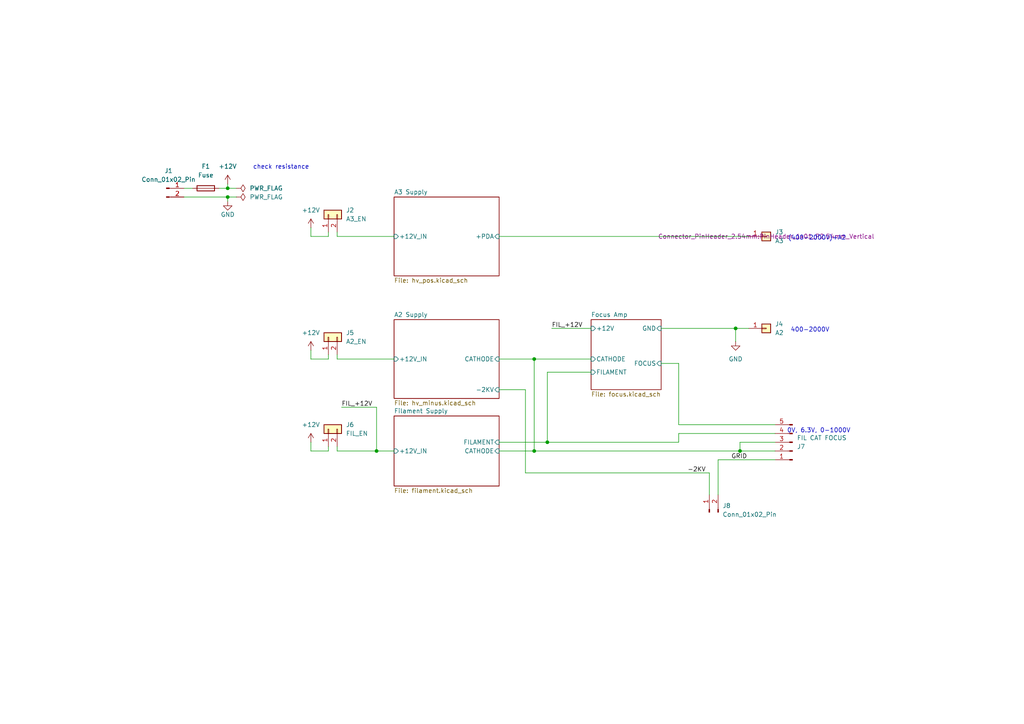
<source format=kicad_sch>
(kicad_sch (version 20250114) (generator "eeschema") (generator_version "9.0")
  (paper "A4")
  (lib_symbols
    (symbol "Connector:Conn_01x02_Pin" (pin_names (offset 1.016) (hide yes))
      (property "Reference" "J" (at 0 2.54 0))
      (property "Value" "Conn_01x02_Pin" (at 0 -5.08 0))
      (symbol "Conn_01x02_Pin_1_1"
        (rectangle (start 0.8636 0.127) (end 0 -0.127) (stroke (width 0.1524)) (fill (type outline)))
        (rectangle (start 0.8636 -2.413) (end 0 -2.667) (stroke (width 0.1524)) (fill (type outline)))
        (polyline (pts (xy 1.27 0) (xy 0.8636 0)) (stroke (width 0.1524)))
        (polyline (pts (xy 1.27 -2.54) (xy 0.8636 -2.54)) (stroke (width 0.1524)))
        (pin passive line (at 5.08 0 180) (length 3.81) (name "Pin_1") (number "1"))
        (pin passive line (at 5.08 -2.54 180) (length 3.81) (name "Pin_2") (number "2"))
      )
    )
    (symbol "Connector:Conn_01x05_Pin" (pin_names (offset 1.016) (hide yes))
      (property "Reference" "J" (at 0 7.62 0))
      (property "Value" "Conn_01x05_Pin" (at 0 -7.62 0))
      (symbol "Conn_01x05_Pin_1_1"
        (rectangle (start 0.8636 5.207) (end 0 4.953) (stroke (width 0.1524)) (fill (type outline)))
        (rectangle (start 0.8636 2.667) (end 0 2.413) (stroke (width 0.1524)) (fill (type outline)))
        (rectangle (start 0.8636 0.127) (end 0 -0.127) (stroke (width 0.1524)) (fill (type outline)))
        (rectangle (start 0.8636 -2.413) (end 0 -2.667) (stroke (width 0.1524)) (fill (type outline)))
        (rectangle (start 0.8636 -4.953) (end 0 -5.207) (stroke (width 0.1524)) (fill (type outline)))
        (polyline (pts (xy 1.27 5.08) (xy 0.8636 5.08)) (stroke (width 0.1524)))
        (polyline (pts (xy 1.27 2.54) (xy 0.8636 2.54)) (stroke (width 0.1524)))
        (polyline (pts (xy 1.27 0) (xy 0.8636 0)) (stroke (width 0.1524)))
        (polyline (pts (xy 1.27 -2.54) (xy 0.8636 -2.54)) (stroke (width 0.1524)))
        (polyline (pts (xy 1.27 -5.08) (xy 0.8636 -5.08)) (stroke (width 0.1524)))
        (pin passive line (at 5.08 5.08 180) (length 3.81) (name "Pin_1") (number "1"))
        (pin passive line (at 5.08 2.54 180) (length 3.81) (name "Pin_2") (number "2"))
        (pin passive line (at 5.08 0 180) (length 3.81) (name "Pin_3") (number "3"))
        (pin passive line (at 5.08 -2.54 180) (length 3.81) (name "Pin_4") (number "4"))
        (pin passive line (at 5.08 -5.08 180) (length 3.81) (name "Pin_5") (number "5"))
      )
    )
    (symbol "Connector_Generic:Conn_01x01" (pin_names (offset 1.016) (hide yes))
      (property "Reference" "J" (at 0 2.54 0))
      (property "Value" "Conn_01x01" (at 0 -2.54 0))
      (symbol "Conn_01x01_1_1"
        (rectangle (start -1.27 1.27) (end 1.27 -1.27) (stroke (width 0.254)) (fill (type background)))
        (rectangle (start -1.27 0.127) (end 0 -0.127) (stroke (width 0.1524)))
        (pin passive line (at -5.08 0 0) (length 3.81) (name "Pin_1") (number "1"))
      )
    )
    (symbol "Connector_Generic:Conn_01x02" (pin_names (offset 1.016) (hide yes))
      (property "Reference" "J" (at 0 2.54 0))
      (property "Value" "Conn_01x02" (at 0 -5.08 0))
      (symbol "Conn_01x02_1_1"
        (rectangle (start -1.27 1.27) (end 1.27 -3.81) (stroke (width 0.254)) (fill (type background)))
        (rectangle (start -1.27 0.127) (end 0 -0.127) (stroke (width 0.1524)))
        (rectangle (start -1.27 -2.413) (end 0 -2.667) (stroke (width 0.1524)))
        (pin passive line (at -5.08 0 0) (length 3.81) (name "Pin_1") (number "1"))
        (pin passive line (at -5.08 -2.54 0) (length 3.81) (name "Pin_2") (number "2"))
      )
    )
    (symbol "Device:Fuse" (pin_numbers (hide yes)) (pin_names (offset 0))
      (property "Reference" "F" (at 2.032 0 90))
      (property "Value" "Fuse" (at -1.905 0 90))
      (symbol "Fuse_0_1"
        (rectangle (start -0.762 -2.54) (end 0.762 2.54) (stroke (width 0.254)))
        (polyline (pts (xy 0 2.54) (xy 0 -2.54)))
      )
      (symbol "Fuse_1_1"
        (pin passive line (at 0 3.81 270) (length 1.27) (name "~") (number "1"))
        (pin passive line (at 0 -3.81 90) (length 1.27) (name "~") (number "2"))
      )
    )
    (symbol "power:+12V" (power) (pin_numbers (hide yes)) (pin_names (offset 0) (hide yes))
      (property "Value" "+12V" (at 0 3.556 0))
      (symbol "+12V_0_1"
        (polyline (pts (xy -0.762 1.27) (xy 0 2.54)))
        (polyline (pts (xy 0 2.54) (xy 0.762 1.27)))
        (polyline (pts (xy 0 0) (xy 0 2.54)))
      )
      (symbol "+12V_1_1"
        (pin power_in line (at 0 0 90) (length 0) (name "~") (number "1"))
      )
    )
    (symbol "power:GND" (power) (pin_numbers (hide yes)) (pin_names (offset 0) (hide yes))
      (property "Value" "GND" (at 0 -3.81 0))
      (symbol "GND_0_1"
        (polyline (pts (xy 0 0) (xy 0 -1.27) (xy 1.27 -1.27) (xy 0 -2.54) (xy -1.27 -1.27) (xy 0 -1.27)))
      )
      (symbol "GND_1_1"
        (pin power_in line (at 0 0 270) (length 0) (name "~") (number "1"))
      )
    )
    (symbol "power:PWR_FLAG" (power) (pin_numbers (hide yes)) (pin_names (offset 0) (hide yes))
      (property "Value" "PWR_FLAG" (at 0 3.81 0))
      (symbol "PWR_FLAG_0_0"
        (pin power_out line (at 0 0 90) (length 0) (name "~") (number "1"))
      )
      (symbol "PWR_FLAG_0_1"
        (polyline (pts (xy 0 0) (xy 0 1.27) (xy -1.016 1.905) (xy 0 2.54) (xy 1.016 1.905) (xy 0 1.27)))
      )
    )
  )
  (text "(400-2000V)+A2" (at 236.982 69.088 0) (effects (font (size 1.27 1.27))))
  (text "400-2000V" (at 234.95 95.758 0) (effects (font (size 1.27 1.27))))
  (text "0V, 6.3V, 0-1000V" (at 237.49 124.968 0) (effects (font (size 1.27 1.27))))
  (text "check resistance" (at 81.534 48.514 0) (effects (font (size 1.27 1.27))))
  (junction (at 158.75 128.27))
  (junction (at 213.36 95.25))
  (junction (at 154.94 104.14))
  (junction (at 154.94 130.81))
  (junction (at 214.63 130.81))
  (junction (at 66.04 57.15))
  (junction (at 66.04 54.61))
  (junction (at 109.22 130.81))
  (wire (pts (xy 97.79 130.81) (xy 109.22 130.81)))
  (wire (pts (xy 90.17 101.6) (xy 90.17 104.14)))
  (wire (pts (xy 217.17 95.25) (xy 213.36 95.25)))
  (wire (pts (xy 158.75 128.27) (xy 158.75 107.95)))
  (wire (pts (xy 214.63 130.81) (xy 224.79 130.81)))
  (wire (pts (xy 99.06 118.11) (xy 109.22 118.11)))
  (wire (pts (xy 109.22 130.81) (xy 114.3 130.81)))
  (wire (pts (xy 95.25 102.87) (xy 95.25 104.14)))
  (wire (pts (xy 97.79 130.81) (xy 97.79 129.54)))
  (wire (pts (xy 109.22 130.81) (xy 109.22 118.11)))
  (wire (pts (xy 144.78 104.14) (xy 154.94 104.14)))
  (wire (pts (xy 152.4 113.03) (xy 152.4 137.16)))
  (wire (pts (xy 95.25 130.81) (xy 90.17 130.81)))
  (wire (pts (xy 196.85 123.19) (xy 196.85 105.41)))
  (wire (pts (xy 144.78 113.03) (xy 152.4 113.03)))
  (wire (pts (xy 144.78 68.58) (xy 217.17 68.58)))
  (wire (pts (xy 196.85 123.19) (xy 224.79 123.19)))
  (wire (pts (xy 97.79 68.58) (xy 114.3 68.58)))
  (wire (pts (xy 97.79 104.14) (xy 97.79 102.87)))
  (wire (pts (xy 97.79 104.14) (xy 114.3 104.14)))
  (wire (pts (xy 158.75 128.27) (xy 196.85 128.27)))
  (wire (pts (xy 154.94 130.81) (xy 214.63 130.81)))
  (wire (pts (xy 53.34 54.61) (xy 55.88 54.61)))
  (wire (pts (xy 152.4 137.16) (xy 205.74 137.16)))
  (wire (pts (xy 196.85 125.73) (xy 224.79 125.73)))
  (wire (pts (xy 196.85 125.73) (xy 196.85 128.27)))
  (wire (pts (xy 90.17 66.04) (xy 90.17 68.58)))
  (wire (pts (xy 214.63 128.27) (xy 224.79 128.27)))
  (wire (pts (xy 63.5 54.61) (xy 66.04 54.61)))
  (wire (pts (xy 90.17 128.27) (xy 90.17 130.81)))
  (wire (pts (xy 158.75 107.95) (xy 171.45 107.95)))
  (wire (pts (xy 95.25 129.54) (xy 95.25 130.81)))
  (wire (pts (xy 95.25 67.31) (xy 95.25 68.58)))
  (wire (pts (xy 191.77 95.25) (xy 213.36 95.25)))
  (wire (pts (xy 95.25 104.14) (xy 90.17 104.14)))
  (wire (pts (xy 208.28 133.35) (xy 208.28 143.51)))
  (wire (pts (xy 154.94 104.14) (xy 171.45 104.14)))
  (wire (pts (xy 144.78 128.27) (xy 158.75 128.27)))
  (wire (pts (xy 68.58 54.61) (xy 66.04 54.61)))
  (wire (pts (xy 144.78 130.81) (xy 154.94 130.81)))
  (wire (pts (xy 208.28 133.35) (xy 224.79 133.35)))
  (wire (pts (xy 95.25 68.58) (xy 90.17 68.58)))
  (wire (pts (xy 213.36 95.25) (xy 213.36 99.06)))
  (wire (pts (xy 66.04 54.61) (xy 66.04 53.34)))
  (wire (pts (xy 160.02 95.25) (xy 171.45 95.25)))
  (wire (pts (xy 205.74 137.16) (xy 205.74 143.51)))
  (wire (pts (xy 66.04 57.15) (xy 66.04 58.42)))
  (wire (pts (xy 97.79 68.58) (xy 97.79 67.31)))
  (wire (pts (xy 66.04 57.15) (xy 68.58 57.15)))
  (wire (pts (xy 196.85 105.41) (xy 191.77 105.41)))
  (wire (pts (xy 154.94 104.14) (xy 154.94 130.81)))
  (wire (pts (xy 214.63 130.81) (xy 214.63 128.27)))
  (wire (pts (xy 53.34 57.15) (xy 66.04 57.15)))
  (label "FIL_+12V" (at 99.06 118.11 0))
  (label "GRID" (at 212.09 133.35 0))
  (label "-2KV" (at 199.39 137.16 0))
  (label "FIL_+12V" (at 160.02 95.25 0))
  (symbol (lib_id "Device:Fuse") (at 59.69 54.61 90) (unit 1)
    (property "Reference" "F1" (at 59.69 48.26 90))
    (property "Value" "Fuse" (at 59.69 50.8 90))
    (property "Footprint" "Fuse:Fuse_0805_2012Metric" (effects (hide yes)))
    (property "Description" "Fuse" (effects (hide yes)))
  )
  (symbol (lib_id "Connector:Conn_01x02_Pin") (at 205.74 148.59 90) (unit 1)
    (property "Reference" "J8" (at 209.55 146.6849 90) (effects (justify right)))
    (property "Value" "Conn_01x02_Pin" (at 209.55 149.2249 90) (effects (justify right)))
    (property "Footprint" "Connector_PinHeader_2.54mm:PinHeader_1x02_P2.54mm_Vertical" (effects (hide yes)))
    (property "Description" "Generic connector, single row, 01x02, script generated" (effects (hide yes)))
  )
  (symbol (lib_id "Connector:Conn_01x05_Pin") (at 229.87 128.27 180) (unit 1)
    (property "Reference" "J7" (at 231.14 129.5401 0) (effects (justify right)))
    (property "Value" "FIL CAT FOCUS" (at 231.14 127.0001 0) (effects (justify right)))
    (property "Footprint" "Connector_Molex:Molex_KK-396_5273-05A_1x05_P3.96mm_Vertical" (effects (hide yes)))
    (property "Description" "Generic connector, single row, 01x05, script generated" (effects (hide yes)))
  )
  (symbol (lib_id "Connector_Generic:Conn_01x02") (at 95.25 97.79 90) (unit 1)
    (property "Reference" "J5" (at 100.33 96.5199 90) (effects (justify right)))
    (property "Value" "A2_EN" (at 100.33 99.0599 90) (effects (justify right)))
    (property "Footprint" "Connector_PinHeader_2.54mm:PinHeader_1x02_P2.54mm_Vertical" (effects (hide yes)))
    (property "Description" "Generic connector, single row, 01x02, script generated (kicad-library-utils/schlib/autogen/connector/)" (effects (hide yes)))
  )
  (symbol (lib_id "power:PWR_FLAG") (at 68.58 57.15 270) (unit 1)
    (property "Reference" "#FLG02" (effects (hide yes)))
    (property "Value" "PWR_FLAG" (at 72.39 57.1499 90) (effects (justify left)))
    (property "Description" "Special symbol for telling ERC where power comes from" (effects (hide yes)))
  )
  (symbol (lib_id "Connector_Generic:Conn_01x02") (at 95.25 62.23 90) (unit 1)
    (property "Reference" "J2" (at 100.33 60.9599 90) (effects (justify right)))
    (property "Value" "A3_EN" (at 100.33 63.4999 90) (effects (justify right)))
    (property "Footprint" "Connector_PinHeader_2.54mm:PinHeader_1x02_P2.54mm_Vertical" (effects (hide yes)))
    (property "Description" "Generic connector, single row, 01x02, script generated (kicad-library-utils/schlib/autogen/connector/)" (effects (hide yes)))
  )
  (symbol (lib_id "Connector_Generic:Conn_01x02") (at 95.25 124.46 90) (unit 1)
    (property "Reference" "J6" (at 100.33 123.1899 90) (effects (justify right)))
    (property "Value" "FIL_EN" (at 100.33 125.7299 90) (effects (justify right)))
    (property "Footprint" "Connector_PinHeader_2.54mm:PinHeader_1x02_P2.54mm_Vertical" (effects (hide yes)))
    (property "Description" "Generic connector, single row, 01x02, script generated (kicad-library-utils/schlib/autogen/connector/)" (effects (hide yes)))
  )
  (symbol (lib_id "Connector_Generic:Conn_01x01") (at 222.25 68.58 0) (unit 1)
    (property "Reference" "J3" (at 224.79 67.3099 0) (effects (justify left)))
    (property "Value" "A3" (at 224.79 69.8499 0) (effects (justify left)))
    (property "Footprint" "Connector_PinHeader_2.54mm:PinHeader_1x01_P2.54mm_Vertical" (at 222.25 68.58 0))
    (property "Description" "Generic connector, single row, 01x01, script generated (kicad-library-utils/schlib/autogen/connector/)" (effects (hide yes)))
  )
  (symbol (lib_id "power:+12V") (at 90.17 128.27 0) (unit 1)
    (property "Reference" "#PWR06" (effects (hide yes)))
    (property "Value" "+12V" (at 90.17 123.19 0))
    (property "Description" "Power symbol creates a global label with name \"+12V\"" (effects (hide yes)))
  )
  (symbol (lib_id "power:GND") (at 213.36 99.06 0) (unit 1)
    (property "Reference" "#PWR04" (effects (hide yes)))
    (property "Value" "GND" (at 213.36 104.14 0))
    (property "Description" "Power symbol creates a global label with name \"GND\" , ground" (effects (hide yes)))
  )
  (symbol (lib_id "power:GND") (at 66.04 58.42 0) (unit 1)
    (property "Reference" "#PWR02" (effects (hide yes)))
    (property "Value" "GND" (at 66.04 62.23 0))
    (property "Description" "Power symbol creates a global label with name \"GND\" , ground" (effects (hide yes)))
  )
  (symbol (lib_id "Connector:Conn_01x02_Pin") (at 48.26 54.61 0) (unit 1)
    (property "Reference" "J1" (at 48.895 49.53 0))
    (property "Value" "Conn_01x02_Pin" (at 48.895 52.07 0))
    (property "Footprint" "Connector_Molex:Molex_KK-396_5273-02A_1x02_P3.96mm_Vertical" (effects (hide yes)))
    (property "Description" "Generic connector, single row, 01x02, script generated" (effects (hide yes)))
  )
  (symbol (lib_id "power:+12V") (at 90.17 66.04 0) (unit 1)
    (property "Reference" "#PWR03" (effects (hide yes)))
    (property "Value" "+12V" (at 90.17 60.96 0))
    (property "Description" "Power symbol creates a global label with name \"+12V\"" (effects (hide yes)))
  )
  (symbol (lib_id "power:+12V") (at 66.04 53.34 0) (unit 1)
    (property "Reference" "#PWR01" (effects (hide yes)))
    (property "Value" "+12V" (at 66.04 48.26 0))
    (property "Description" "Power symbol creates a global label with name \"+12V\"" (effects (hide yes)))
  )
  (symbol (lib_id "Connector_Generic:Conn_01x01") (at 222.25 95.25 0) (unit 1)
    (property "Reference" "J4" (at 224.79 93.9799 0) (effects (justify left)))
    (property "Value" "A2" (at 224.79 96.5199 0) (effects (justify left)))
    (property "Footprint" "Connector_PinHeader_2.54mm:PinHeader_1x01_P2.54mm_Vertical" (effects (hide yes)))
    (property "Description" "Generic connector, single row, 01x01, script generated (kicad-library-utils/schlib/autogen/connector/)" (effects (hide yes)))
  )
  (symbol (lib_id "power:+12V") (at 90.17 101.6 0) (unit 1)
    (property "Reference" "#PWR05" (effects (hide yes)))
    (property "Value" "+12V" (at 90.17 96.52 0))
    (property "Description" "Power symbol creates a global label with name \"+12V\"" (effects (hide yes)))
  )
  (symbol (lib_id "power:PWR_FLAG") (at 68.58 54.61 270) (unit 1)
    (property "Reference" "#FLG01" (effects (hide yes)))
    (property "Value" "PWR_FLAG" (at 72.39 54.6099 90) (effects (justify left)))
    (property "Description" "Special symbol for telling ERC where power comes from" (effects (hide yes)))
  )
  (sheet (at 114.3 57.15) (size 30.48 22.86) (stroke (width 0.1524))
    (property "Sheetname" "A3 Supply" (at 114.3 56.4384 0) (effects (justify left bottom)))
    (property "Sheetfile" "hv_pos.kicad_sch" (at 114.3 80.5946 0) (effects (justify left top)))
    (pin "+12V_IN" input (at 114.3 68.58 180))
    (pin "+PDA" input (at 144.78 68.58 0))
  )
  (sheet (at 114.3 92.71) (size 30.48 22.86) (stroke (width 0.1524))
    (property "Sheetname" "A2 Supply" (at 114.3 91.9984 0) (effects (justify left bottom)))
    (property "Sheetfile" "hv_minus.kicad_sch" (at 114.3 116.1546 0) (effects (justify left top)))
    (pin "+12V_IN" input (at 114.3 104.14 180))
    (pin "CATHODE" input (at 144.78 104.14 0))
    (pin "-2KV" input (at 144.78 113.03 0))
  )
  (sheet (at 114.3 120.65) (size 30.48 20.32) (stroke (width 0.1524))
    (property "Sheetname" "Filament Supply" (at 114.3 119.9384 0) (effects (justify left bottom)))
    (property "Sheetfile" "filament.kicad_sch" (at 114.3 141.5546 0) (effects (justify left top)))
    (pin "+12V_IN" input (at 114.3 130.81 180))
    (pin "CATHODE" input (at 144.78 130.81 0))
    (pin "FILAMENT" input (at 144.78 128.27 0))
  )
  (sheet (at 171.45 92.71) (size 20.32 20.32) (stroke (width 0.1524))
    (property "Sheetname" "Focus Amp" (at 171.45 91.9984 0) (effects (justify left bottom)))
    (property "Sheetfile" "focus.kicad_sch" (at 171.45 113.6146 0) (effects (justify left top)))
    (pin "CATHODE" input (at 171.45 104.14 180))
    (pin "FILAMENT" input (at 171.45 107.95 180))
    (pin "FOCUS" input (at 191.77 105.41 0))
    (pin "GND" input (at 191.77 95.25 0))
    (pin "+12V" input (at 171.45 95.25 180))
  )
)
</source>
